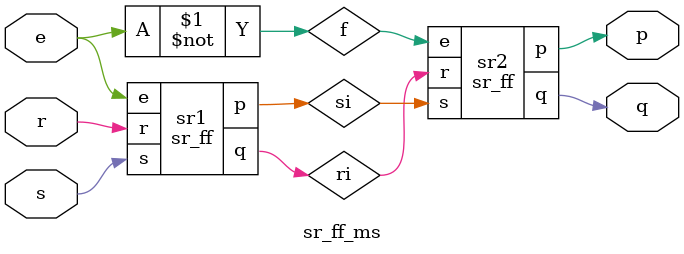
<source format=v>
module sr_ff(q, p, e, s, r);

   input  s, r, e;
   output q, p;
   wire   si, ri;

   and(si, s, e);
   and(ri, r, e);
   nor(q, ri, p);
   nor(p, si, q);
   
endmodule

module sr_ff_ms(q, p, e, s, r);

   input  s, r, e;
   output q, p;
   wire   si, ri, f;

   not(f, e);
   sr_ff sr1(ri, si, e, s, r);
   sr_ff sr2(q, p, f, si, ri);
   
endmodule

</source>
